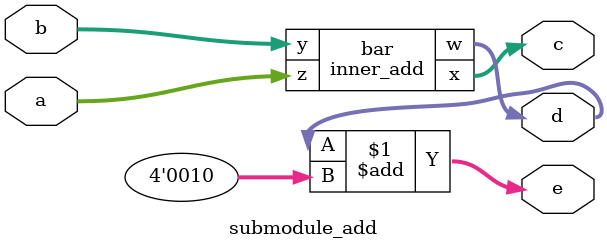
<source format=v>


module inner_add(input [3:0] z, input [3:0] y, output [3:0] x, output [3:0] w);
  assign x = z + y;
  assign w = z / 4'b0011;

endmodule

module submodule_add (input [3:0] a, input [3:0] b, output [3:0] c, output [3:0] d, output [3:0] e);

inner_add bar(.z(a),.y(b),.x(c),.w(d));

assign e = d + 4'b0010;

endmodule


</source>
